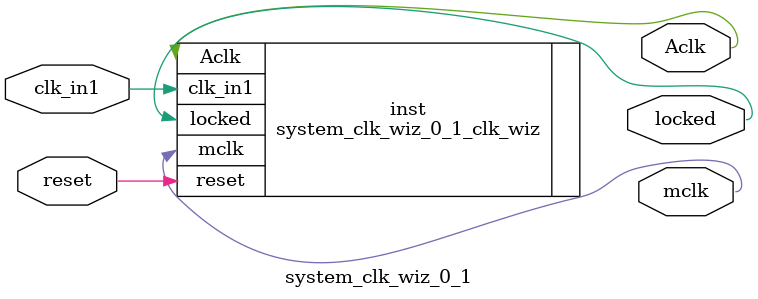
<source format=v>


`timescale 1ps/1ps

(* CORE_GENERATION_INFO = "system_clk_wiz_0_1,clk_wiz_v6_0_14_0_0,{component_name=system_clk_wiz_0_1,use_phase_alignment=false,use_min_o_jitter=false,use_max_i_jitter=false,use_dyn_phase_shift=false,use_inclk_switchover=false,use_dyn_reconfig=false,enable_axi=0,feedback_source=FDBK_AUTO,PRIMITIVE=MMCM,num_out_clk=2,clkin1_period=10.000,clkin2_period=10.000,use_power_down=false,use_reset=true,use_locked=true,use_inclk_stopped=false,feedback_type=SINGLE,CLOCK_MGR_TYPE=NA,manual_override=false}" *)

module system_clk_wiz_0_1 
 (
  // Clock out ports
  output        Aclk,
  output        mclk,
  // Status and control signals
  input         reset,
  output        locked,
 // Clock in ports
  input         clk_in1
 );

  system_clk_wiz_0_1_clk_wiz inst
  (
  // Clock out ports  
  .Aclk(Aclk),
  .mclk(mclk),
  // Status and control signals               
  .reset(reset), 
  .locked(locked),
 // Clock in ports
  .clk_in1(clk_in1)
  );

endmodule

</source>
